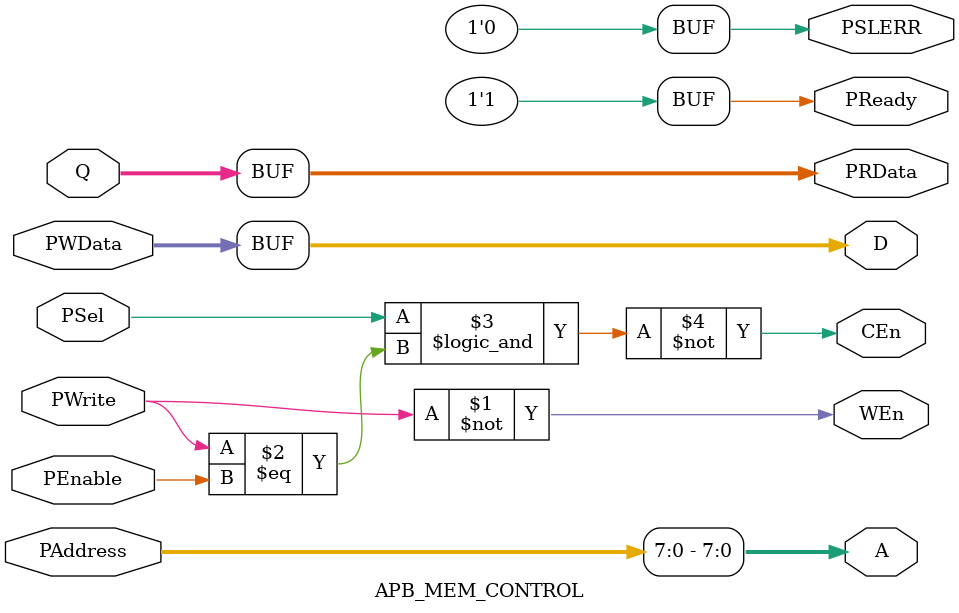
<source format=v>
`timescale 1 ns / 10 ps
module APB_MEM_CONTROL (
	//clock,
	//resetN,
	A,
	D,
	Q,
	WEn,
	CEn,
	PWrite,
	PSel,
	PEnable,
	PAddress,
	PWData,
	PReady,
	PSLERR,
	PRData
);

//global inputs
//input clock, resetN;

//memory interface
output WEn, CEn;
output [7:0] A;
output [15:0] D;
input [15:0] Q;

//APB interface
input PWrite, PSel, PEnable;
input [8:0] PAddress;
//output PSLERR, PReady;
output PSLERR;
output PReady;
//modified by Mauricio
//original: output [15:0] PRData, PWData;
//modified to
output [15:0] PRData;
input [15:0] PWData;


//Signals assign
assign PReady = 1'b1;
assign PSLERR = 1'b0;
assign PRData = Q;
assign D = PWData;
assign A = PAddress[7:0];

//Translation Signals Assigns.
//This equations respect timings of the APB protocol using only combinational logic.

assign WEn = ~PWrite;
assign CEn = ~(PSel && (PWrite == PEnable));

endmodule


</source>
